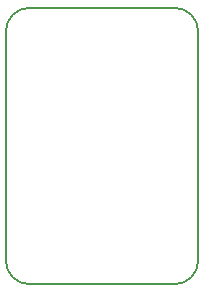
<source format=gbr>
G04 #@! TF.GenerationSoftware,KiCad,Pcbnew,5.1.4-e60b266~84~ubuntu19.04.1*
G04 #@! TF.CreationDate,2019-08-10T10:36:48+03:00*
G04 #@! TF.ProjectId,BRK-SOT-23-3,42524b2d-534f-4542-9d32-332d332e6b69,v1.1*
G04 #@! TF.SameCoordinates,Original*
G04 #@! TF.FileFunction,Paste,Bot*
G04 #@! TF.FilePolarity,Positive*
%FSLAX46Y46*%
G04 Gerber Fmt 4.6, Leading zero omitted, Abs format (unit mm)*
G04 Created by KiCad (PCBNEW 5.1.4-e60b266~84~ubuntu19.04.1) date 2019-08-10 10:36:48*
%MOMM*%
%LPD*%
G04 APERTURE LIST*
%ADD10C,0.150000*%
G04 APERTURE END LIST*
D10*
X67300000Y-71400000D02*
G75*
G02X65300000Y-73400000I-2000000J0D01*
G01*
X53000000Y-73400000D02*
G75*
G02X51000000Y-71400000I0J2000000D01*
G01*
X65300000Y-50000000D02*
G75*
G02X67300000Y-52000000I0J-2000000D01*
G01*
X51000000Y-52000000D02*
G75*
G02X53000000Y-50000000I2000000J0D01*
G01*
X65300000Y-73400000D02*
X53000000Y-73400000D01*
X67300000Y-52000000D02*
X67300000Y-71400000D01*
X53000000Y-50000000D02*
X65300000Y-50000000D01*
X51000000Y-71400000D02*
X51000000Y-52000000D01*
M02*

</source>
